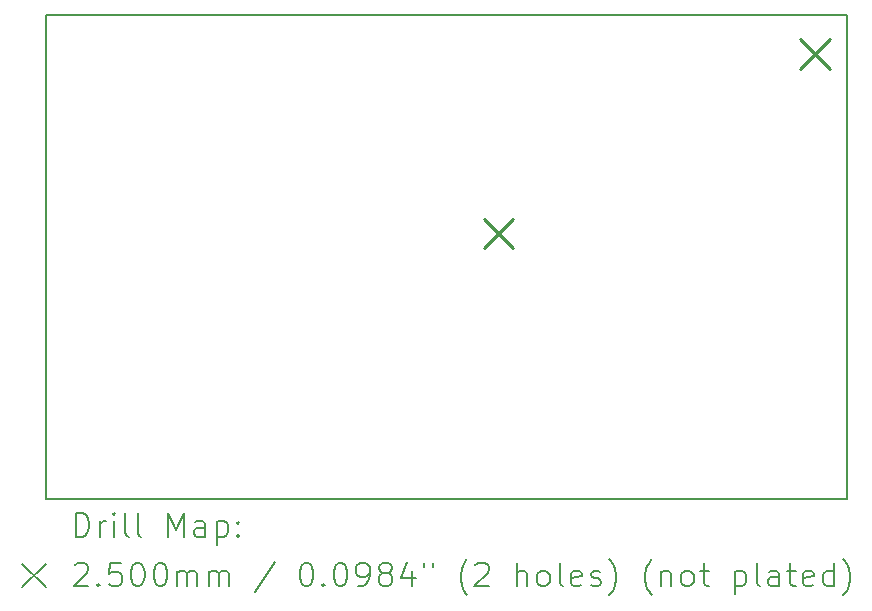
<source format=gbr>
%FSLAX45Y45*%
G04 Gerber Fmt 4.5, Leading zero omitted, Abs format (unit mm)*
G04 Created by KiCad (PCBNEW (6.0.5)) date 2023-10-24 22:30:12*
%MOMM*%
%LPD*%
G01*
G04 APERTURE LIST*
%TA.AperFunction,Profile*%
%ADD10C,0.150000*%
%TD*%
%ADD11C,0.200000*%
%ADD12C,0.250000*%
G04 APERTURE END LIST*
D10*
X10495280Y-8816340D02*
X17272000Y-8816340D01*
X17272000Y-8816340D02*
X17272000Y-12913360D01*
X17272000Y-12913360D02*
X10495280Y-12913360D01*
X10495280Y-12913360D02*
X10495280Y-8816340D01*
D11*
D12*
X14198060Y-10540460D02*
X14448060Y-10790460D01*
X14448060Y-10540460D02*
X14198060Y-10790460D01*
X16877760Y-9019000D02*
X17127760Y-9269000D01*
X17127760Y-9019000D02*
X16877760Y-9269000D01*
D11*
X10745399Y-13231336D02*
X10745399Y-13031336D01*
X10793018Y-13031336D01*
X10821590Y-13040860D01*
X10840637Y-13059908D01*
X10850161Y-13078955D01*
X10859685Y-13117050D01*
X10859685Y-13145622D01*
X10850161Y-13183717D01*
X10840637Y-13202765D01*
X10821590Y-13221812D01*
X10793018Y-13231336D01*
X10745399Y-13231336D01*
X10945399Y-13231336D02*
X10945399Y-13098003D01*
X10945399Y-13136098D02*
X10954923Y-13117050D01*
X10964447Y-13107527D01*
X10983494Y-13098003D01*
X11002542Y-13098003D01*
X11069209Y-13231336D02*
X11069209Y-13098003D01*
X11069209Y-13031336D02*
X11059685Y-13040860D01*
X11069209Y-13050384D01*
X11078732Y-13040860D01*
X11069209Y-13031336D01*
X11069209Y-13050384D01*
X11193018Y-13231336D02*
X11173970Y-13221812D01*
X11164447Y-13202765D01*
X11164447Y-13031336D01*
X11297780Y-13231336D02*
X11278732Y-13221812D01*
X11269208Y-13202765D01*
X11269208Y-13031336D01*
X11526351Y-13231336D02*
X11526351Y-13031336D01*
X11593018Y-13174193D01*
X11659685Y-13031336D01*
X11659685Y-13231336D01*
X11840637Y-13231336D02*
X11840637Y-13126574D01*
X11831113Y-13107527D01*
X11812066Y-13098003D01*
X11773970Y-13098003D01*
X11754923Y-13107527D01*
X11840637Y-13221812D02*
X11821589Y-13231336D01*
X11773970Y-13231336D01*
X11754923Y-13221812D01*
X11745399Y-13202765D01*
X11745399Y-13183717D01*
X11754923Y-13164669D01*
X11773970Y-13155146D01*
X11821589Y-13155146D01*
X11840637Y-13145622D01*
X11935875Y-13098003D02*
X11935875Y-13298003D01*
X11935875Y-13107527D02*
X11954923Y-13098003D01*
X11993018Y-13098003D01*
X12012066Y-13107527D01*
X12021589Y-13117050D01*
X12031113Y-13136098D01*
X12031113Y-13193241D01*
X12021589Y-13212288D01*
X12012066Y-13221812D01*
X11993018Y-13231336D01*
X11954923Y-13231336D01*
X11935875Y-13221812D01*
X12116828Y-13212288D02*
X12126351Y-13221812D01*
X12116828Y-13231336D01*
X12107304Y-13221812D01*
X12116828Y-13212288D01*
X12116828Y-13231336D01*
X12116828Y-13107527D02*
X12126351Y-13117050D01*
X12116828Y-13126574D01*
X12107304Y-13117050D01*
X12116828Y-13107527D01*
X12116828Y-13126574D01*
X10287780Y-13460860D02*
X10487780Y-13660860D01*
X10487780Y-13460860D02*
X10287780Y-13660860D01*
X10735875Y-13470384D02*
X10745399Y-13460860D01*
X10764447Y-13451336D01*
X10812066Y-13451336D01*
X10831113Y-13460860D01*
X10840637Y-13470384D01*
X10850161Y-13489431D01*
X10850161Y-13508479D01*
X10840637Y-13537050D01*
X10726351Y-13651336D01*
X10850161Y-13651336D01*
X10935875Y-13632288D02*
X10945399Y-13641812D01*
X10935875Y-13651336D01*
X10926351Y-13641812D01*
X10935875Y-13632288D01*
X10935875Y-13651336D01*
X11126351Y-13451336D02*
X11031113Y-13451336D01*
X11021590Y-13546574D01*
X11031113Y-13537050D01*
X11050161Y-13527527D01*
X11097780Y-13527527D01*
X11116828Y-13537050D01*
X11126351Y-13546574D01*
X11135875Y-13565622D01*
X11135875Y-13613241D01*
X11126351Y-13632288D01*
X11116828Y-13641812D01*
X11097780Y-13651336D01*
X11050161Y-13651336D01*
X11031113Y-13641812D01*
X11021590Y-13632288D01*
X11259685Y-13451336D02*
X11278732Y-13451336D01*
X11297780Y-13460860D01*
X11307304Y-13470384D01*
X11316828Y-13489431D01*
X11326351Y-13527527D01*
X11326351Y-13575146D01*
X11316828Y-13613241D01*
X11307304Y-13632288D01*
X11297780Y-13641812D01*
X11278732Y-13651336D01*
X11259685Y-13651336D01*
X11240637Y-13641812D01*
X11231113Y-13632288D01*
X11221589Y-13613241D01*
X11212066Y-13575146D01*
X11212066Y-13527527D01*
X11221589Y-13489431D01*
X11231113Y-13470384D01*
X11240637Y-13460860D01*
X11259685Y-13451336D01*
X11450161Y-13451336D02*
X11469208Y-13451336D01*
X11488256Y-13460860D01*
X11497780Y-13470384D01*
X11507304Y-13489431D01*
X11516828Y-13527527D01*
X11516828Y-13575146D01*
X11507304Y-13613241D01*
X11497780Y-13632288D01*
X11488256Y-13641812D01*
X11469208Y-13651336D01*
X11450161Y-13651336D01*
X11431113Y-13641812D01*
X11421589Y-13632288D01*
X11412066Y-13613241D01*
X11402542Y-13575146D01*
X11402542Y-13527527D01*
X11412066Y-13489431D01*
X11421589Y-13470384D01*
X11431113Y-13460860D01*
X11450161Y-13451336D01*
X11602542Y-13651336D02*
X11602542Y-13518003D01*
X11602542Y-13537050D02*
X11612066Y-13527527D01*
X11631113Y-13518003D01*
X11659685Y-13518003D01*
X11678732Y-13527527D01*
X11688256Y-13546574D01*
X11688256Y-13651336D01*
X11688256Y-13546574D02*
X11697780Y-13527527D01*
X11716828Y-13518003D01*
X11745399Y-13518003D01*
X11764447Y-13527527D01*
X11773970Y-13546574D01*
X11773970Y-13651336D01*
X11869208Y-13651336D02*
X11869208Y-13518003D01*
X11869208Y-13537050D02*
X11878732Y-13527527D01*
X11897780Y-13518003D01*
X11926351Y-13518003D01*
X11945399Y-13527527D01*
X11954923Y-13546574D01*
X11954923Y-13651336D01*
X11954923Y-13546574D02*
X11964447Y-13527527D01*
X11983494Y-13518003D01*
X12012066Y-13518003D01*
X12031113Y-13527527D01*
X12040637Y-13546574D01*
X12040637Y-13651336D01*
X12431113Y-13441812D02*
X12259685Y-13698955D01*
X12688256Y-13451336D02*
X12707304Y-13451336D01*
X12726351Y-13460860D01*
X12735875Y-13470384D01*
X12745399Y-13489431D01*
X12754923Y-13527527D01*
X12754923Y-13575146D01*
X12745399Y-13613241D01*
X12735875Y-13632288D01*
X12726351Y-13641812D01*
X12707304Y-13651336D01*
X12688256Y-13651336D01*
X12669208Y-13641812D01*
X12659685Y-13632288D01*
X12650161Y-13613241D01*
X12640637Y-13575146D01*
X12640637Y-13527527D01*
X12650161Y-13489431D01*
X12659685Y-13470384D01*
X12669208Y-13460860D01*
X12688256Y-13451336D01*
X12840637Y-13632288D02*
X12850161Y-13641812D01*
X12840637Y-13651336D01*
X12831113Y-13641812D01*
X12840637Y-13632288D01*
X12840637Y-13651336D01*
X12973970Y-13451336D02*
X12993018Y-13451336D01*
X13012066Y-13460860D01*
X13021589Y-13470384D01*
X13031113Y-13489431D01*
X13040637Y-13527527D01*
X13040637Y-13575146D01*
X13031113Y-13613241D01*
X13021589Y-13632288D01*
X13012066Y-13641812D01*
X12993018Y-13651336D01*
X12973970Y-13651336D01*
X12954923Y-13641812D01*
X12945399Y-13632288D01*
X12935875Y-13613241D01*
X12926351Y-13575146D01*
X12926351Y-13527527D01*
X12935875Y-13489431D01*
X12945399Y-13470384D01*
X12954923Y-13460860D01*
X12973970Y-13451336D01*
X13135875Y-13651336D02*
X13173970Y-13651336D01*
X13193018Y-13641812D01*
X13202542Y-13632288D01*
X13221589Y-13603717D01*
X13231113Y-13565622D01*
X13231113Y-13489431D01*
X13221589Y-13470384D01*
X13212066Y-13460860D01*
X13193018Y-13451336D01*
X13154923Y-13451336D01*
X13135875Y-13460860D01*
X13126351Y-13470384D01*
X13116828Y-13489431D01*
X13116828Y-13537050D01*
X13126351Y-13556098D01*
X13135875Y-13565622D01*
X13154923Y-13575146D01*
X13193018Y-13575146D01*
X13212066Y-13565622D01*
X13221589Y-13556098D01*
X13231113Y-13537050D01*
X13345399Y-13537050D02*
X13326351Y-13527527D01*
X13316828Y-13518003D01*
X13307304Y-13498955D01*
X13307304Y-13489431D01*
X13316828Y-13470384D01*
X13326351Y-13460860D01*
X13345399Y-13451336D01*
X13383494Y-13451336D01*
X13402542Y-13460860D01*
X13412066Y-13470384D01*
X13421589Y-13489431D01*
X13421589Y-13498955D01*
X13412066Y-13518003D01*
X13402542Y-13527527D01*
X13383494Y-13537050D01*
X13345399Y-13537050D01*
X13326351Y-13546574D01*
X13316828Y-13556098D01*
X13307304Y-13575146D01*
X13307304Y-13613241D01*
X13316828Y-13632288D01*
X13326351Y-13641812D01*
X13345399Y-13651336D01*
X13383494Y-13651336D01*
X13402542Y-13641812D01*
X13412066Y-13632288D01*
X13421589Y-13613241D01*
X13421589Y-13575146D01*
X13412066Y-13556098D01*
X13402542Y-13546574D01*
X13383494Y-13537050D01*
X13593018Y-13518003D02*
X13593018Y-13651336D01*
X13545399Y-13441812D02*
X13497780Y-13584669D01*
X13621589Y-13584669D01*
X13688256Y-13451336D02*
X13688256Y-13489431D01*
X13764447Y-13451336D02*
X13764447Y-13489431D01*
X14059685Y-13727527D02*
X14050161Y-13718003D01*
X14031113Y-13689431D01*
X14021589Y-13670384D01*
X14012066Y-13641812D01*
X14002542Y-13594193D01*
X14002542Y-13556098D01*
X14012066Y-13508479D01*
X14021589Y-13479908D01*
X14031113Y-13460860D01*
X14050161Y-13432288D01*
X14059685Y-13422765D01*
X14126351Y-13470384D02*
X14135875Y-13460860D01*
X14154923Y-13451336D01*
X14202542Y-13451336D01*
X14221589Y-13460860D01*
X14231113Y-13470384D01*
X14240637Y-13489431D01*
X14240637Y-13508479D01*
X14231113Y-13537050D01*
X14116828Y-13651336D01*
X14240637Y-13651336D01*
X14478732Y-13651336D02*
X14478732Y-13451336D01*
X14564447Y-13651336D02*
X14564447Y-13546574D01*
X14554923Y-13527527D01*
X14535875Y-13518003D01*
X14507304Y-13518003D01*
X14488256Y-13527527D01*
X14478732Y-13537050D01*
X14688256Y-13651336D02*
X14669208Y-13641812D01*
X14659685Y-13632288D01*
X14650161Y-13613241D01*
X14650161Y-13556098D01*
X14659685Y-13537050D01*
X14669208Y-13527527D01*
X14688256Y-13518003D01*
X14716828Y-13518003D01*
X14735875Y-13527527D01*
X14745399Y-13537050D01*
X14754923Y-13556098D01*
X14754923Y-13613241D01*
X14745399Y-13632288D01*
X14735875Y-13641812D01*
X14716828Y-13651336D01*
X14688256Y-13651336D01*
X14869208Y-13651336D02*
X14850161Y-13641812D01*
X14840637Y-13622765D01*
X14840637Y-13451336D01*
X15021589Y-13641812D02*
X15002542Y-13651336D01*
X14964447Y-13651336D01*
X14945399Y-13641812D01*
X14935875Y-13622765D01*
X14935875Y-13546574D01*
X14945399Y-13527527D01*
X14964447Y-13518003D01*
X15002542Y-13518003D01*
X15021589Y-13527527D01*
X15031113Y-13546574D01*
X15031113Y-13565622D01*
X14935875Y-13584669D01*
X15107304Y-13641812D02*
X15126351Y-13651336D01*
X15164447Y-13651336D01*
X15183494Y-13641812D01*
X15193018Y-13622765D01*
X15193018Y-13613241D01*
X15183494Y-13594193D01*
X15164447Y-13584669D01*
X15135875Y-13584669D01*
X15116828Y-13575146D01*
X15107304Y-13556098D01*
X15107304Y-13546574D01*
X15116828Y-13527527D01*
X15135875Y-13518003D01*
X15164447Y-13518003D01*
X15183494Y-13527527D01*
X15259685Y-13727527D02*
X15269208Y-13718003D01*
X15288256Y-13689431D01*
X15297780Y-13670384D01*
X15307304Y-13641812D01*
X15316828Y-13594193D01*
X15316828Y-13556098D01*
X15307304Y-13508479D01*
X15297780Y-13479908D01*
X15288256Y-13460860D01*
X15269208Y-13432288D01*
X15259685Y-13422765D01*
X15621589Y-13727527D02*
X15612066Y-13718003D01*
X15593018Y-13689431D01*
X15583494Y-13670384D01*
X15573970Y-13641812D01*
X15564447Y-13594193D01*
X15564447Y-13556098D01*
X15573970Y-13508479D01*
X15583494Y-13479908D01*
X15593018Y-13460860D01*
X15612066Y-13432288D01*
X15621589Y-13422765D01*
X15697780Y-13518003D02*
X15697780Y-13651336D01*
X15697780Y-13537050D02*
X15707304Y-13527527D01*
X15726351Y-13518003D01*
X15754923Y-13518003D01*
X15773970Y-13527527D01*
X15783494Y-13546574D01*
X15783494Y-13651336D01*
X15907304Y-13651336D02*
X15888256Y-13641812D01*
X15878732Y-13632288D01*
X15869208Y-13613241D01*
X15869208Y-13556098D01*
X15878732Y-13537050D01*
X15888256Y-13527527D01*
X15907304Y-13518003D01*
X15935875Y-13518003D01*
X15954923Y-13527527D01*
X15964447Y-13537050D01*
X15973970Y-13556098D01*
X15973970Y-13613241D01*
X15964447Y-13632288D01*
X15954923Y-13641812D01*
X15935875Y-13651336D01*
X15907304Y-13651336D01*
X16031113Y-13518003D02*
X16107304Y-13518003D01*
X16059685Y-13451336D02*
X16059685Y-13622765D01*
X16069208Y-13641812D01*
X16088256Y-13651336D01*
X16107304Y-13651336D01*
X16326351Y-13518003D02*
X16326351Y-13718003D01*
X16326351Y-13527527D02*
X16345399Y-13518003D01*
X16383494Y-13518003D01*
X16402542Y-13527527D01*
X16412066Y-13537050D01*
X16421589Y-13556098D01*
X16421589Y-13613241D01*
X16412066Y-13632288D01*
X16402542Y-13641812D01*
X16383494Y-13651336D01*
X16345399Y-13651336D01*
X16326351Y-13641812D01*
X16535875Y-13651336D02*
X16516828Y-13641812D01*
X16507304Y-13622765D01*
X16507304Y-13451336D01*
X16697780Y-13651336D02*
X16697780Y-13546574D01*
X16688256Y-13527527D01*
X16669208Y-13518003D01*
X16631113Y-13518003D01*
X16612066Y-13527527D01*
X16697780Y-13641812D02*
X16678732Y-13651336D01*
X16631113Y-13651336D01*
X16612066Y-13641812D01*
X16602542Y-13622765D01*
X16602542Y-13603717D01*
X16612066Y-13584669D01*
X16631113Y-13575146D01*
X16678732Y-13575146D01*
X16697780Y-13565622D01*
X16764447Y-13518003D02*
X16840637Y-13518003D01*
X16793018Y-13451336D02*
X16793018Y-13622765D01*
X16802542Y-13641812D01*
X16821590Y-13651336D01*
X16840637Y-13651336D01*
X16983494Y-13641812D02*
X16964447Y-13651336D01*
X16926351Y-13651336D01*
X16907304Y-13641812D01*
X16897780Y-13622765D01*
X16897780Y-13546574D01*
X16907304Y-13527527D01*
X16926351Y-13518003D01*
X16964447Y-13518003D01*
X16983494Y-13527527D01*
X16993018Y-13546574D01*
X16993018Y-13565622D01*
X16897780Y-13584669D01*
X17164447Y-13651336D02*
X17164447Y-13451336D01*
X17164447Y-13641812D02*
X17145399Y-13651336D01*
X17107304Y-13651336D01*
X17088256Y-13641812D01*
X17078732Y-13632288D01*
X17069209Y-13613241D01*
X17069209Y-13556098D01*
X17078732Y-13537050D01*
X17088256Y-13527527D01*
X17107304Y-13518003D01*
X17145399Y-13518003D01*
X17164447Y-13527527D01*
X17240637Y-13727527D02*
X17250161Y-13718003D01*
X17269209Y-13689431D01*
X17278732Y-13670384D01*
X17288256Y-13641812D01*
X17297780Y-13594193D01*
X17297780Y-13556098D01*
X17288256Y-13508479D01*
X17278732Y-13479908D01*
X17269209Y-13460860D01*
X17250161Y-13432288D01*
X17240637Y-13422765D01*
M02*

</source>
